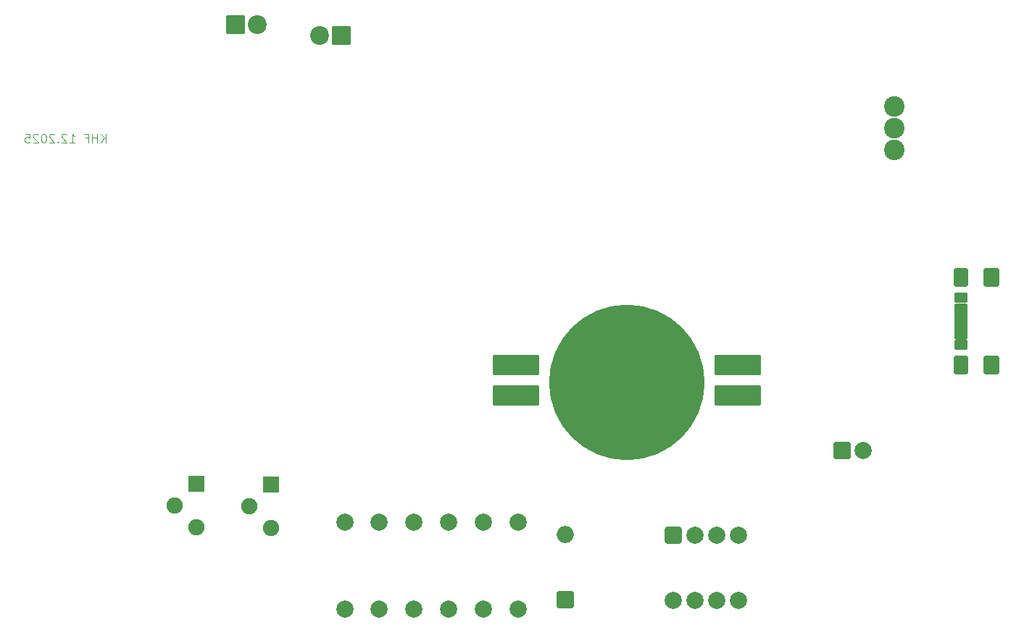
<source format=gbr>
%TF.GenerationSoftware,KiCad,Pcbnew,9.0.6*%
%TF.CreationDate,2025-12-30T13:30:36+01:00*%
%TF.ProjectId,Krokodil,4b726f6b-6f64-4696-9c2e-6b696361645f,rev?*%
%TF.SameCoordinates,Original*%
%TF.FileFunction,Soldermask,Bot*%
%TF.FilePolarity,Negative*%
%FSLAX46Y46*%
G04 Gerber Fmt 4.6, Leading zero omitted, Abs format (unit mm)*
G04 Created by KiCad (PCBNEW 9.0.6) date 2025-12-30 13:30:36*
%MOMM*%
%LPD*%
G01*
G04 APERTURE LIST*
G04 Aperture macros list*
%AMRoundRect*
0 Rectangle with rounded corners*
0 $1 Rounding radius*
0 $2 $3 $4 $5 $6 $7 $8 $9 X,Y pos of 4 corners*
0 Add a 4 corners polygon primitive as box body*
4,1,4,$2,$3,$4,$5,$6,$7,$8,$9,$2,$3,0*
0 Add four circle primitives for the rounded corners*
1,1,$1+$1,$2,$3*
1,1,$1+$1,$4,$5*
1,1,$1+$1,$6,$7*
1,1,$1+$1,$8,$9*
0 Add four rect primitives between the rounded corners*
20,1,$1+$1,$2,$3,$4,$5,0*
20,1,$1+$1,$4,$5,$6,$7,0*
20,1,$1+$1,$6,$7,$8,$9,0*
20,1,$1+$1,$8,$9,$2,$3,0*%
G04 Aperture macros list end*
%ADD10C,0.125000*%
%ADD11RoundRect,0.275000X-0.525000X0.275000X-0.525000X-0.275000X0.525000X-0.275000X0.525000X0.275000X0*%
%ADD12RoundRect,0.290000X0.510000X-0.290000X0.510000X0.290000X-0.510000X0.290000X-0.510000X-0.290000X0*%
%ADD13RoundRect,0.300000X0.500000X-0.300000X0.500000X0.300000X-0.500000X0.300000X-0.500000X-0.300000X0*%
%ADD14RoundRect,0.275000X0.525000X-0.275000X0.525000X0.275000X-0.525000X0.275000X-0.525000X-0.275000X0*%
%ADD15RoundRect,0.290000X-0.510000X0.290000X-0.510000X-0.290000X0.510000X-0.290000X0.510000X0.290000X0*%
%ADD16RoundRect,0.300000X-0.500000X0.300000X-0.500000X-0.300000X0.500000X-0.300000X0.500000X0.300000X0*%
%ADD17RoundRect,0.324074X-0.550926X0.775926X-0.550926X-0.775926X0.550926X-0.775926X0.550926X0.775926X0*%
%ADD18RoundRect,0.316667X-0.633333X0.783333X-0.633333X-0.783333X0.633333X-0.783333X0.633333X0.783333X0*%
%ADD19RoundRect,0.200000X0.900000X0.900000X-0.900000X0.900000X-0.900000X-0.900000X0.900000X-0.900000X0*%
%ADD20C,2.200000*%
%ADD21RoundRect,0.200000X-0.900000X-0.900000X0.900000X-0.900000X0.900000X0.900000X-0.900000X0.900000X0*%
%ADD22C,2.400000*%
%ADD23RoundRect,0.312500X-0.687500X0.687500X-0.687500X-0.687500X0.687500X-0.687500X0.687500X0.687500X0*%
%ADD24C,2.000000*%
%ADD25RoundRect,0.200000X-0.750000X0.750000X-0.750000X-0.750000X0.750000X-0.750000X0.750000X0.750000X0*%
%ADD26C,1.900000*%
%ADD27RoundRect,0.200000X0.800000X-0.800000X0.800000X0.800000X-0.800000X0.800000X-0.800000X-0.800000X0*%
%ADD28O,2.000000X2.000000*%
%ADD29RoundRect,0.200000X-0.800000X-0.800000X0.800000X-0.800000X0.800000X0.800000X-0.800000X0.800000X0*%
%ADD30RoundRect,0.200000X-2.500000X-1.000000X2.500000X-1.000000X2.500000X1.000000X-2.500000X1.000000X0*%
%ADD31C,18.180000*%
G04 APERTURE END LIST*
D10*
X101279668Y-69071119D02*
X101279668Y-68071119D01*
X100708240Y-69071119D02*
X101136811Y-68499690D01*
X100708240Y-68071119D02*
X101279668Y-68642547D01*
X100279668Y-69071119D02*
X100279668Y-68071119D01*
X100279668Y-68547309D02*
X99708240Y-68547309D01*
X99708240Y-69071119D02*
X99708240Y-68071119D01*
X98898716Y-68547309D02*
X99232049Y-68547309D01*
X99232049Y-69071119D02*
X99232049Y-68071119D01*
X99232049Y-68071119D02*
X98755859Y-68071119D01*
X97089192Y-69071119D02*
X97660620Y-69071119D01*
X97374906Y-69071119D02*
X97374906Y-68071119D01*
X97374906Y-68071119D02*
X97470144Y-68213976D01*
X97470144Y-68213976D02*
X97565382Y-68309214D01*
X97565382Y-68309214D02*
X97660620Y-68356833D01*
X96708239Y-68166357D02*
X96660620Y-68118738D01*
X96660620Y-68118738D02*
X96565382Y-68071119D01*
X96565382Y-68071119D02*
X96327287Y-68071119D01*
X96327287Y-68071119D02*
X96232049Y-68118738D01*
X96232049Y-68118738D02*
X96184430Y-68166357D01*
X96184430Y-68166357D02*
X96136811Y-68261595D01*
X96136811Y-68261595D02*
X96136811Y-68356833D01*
X96136811Y-68356833D02*
X96184430Y-68499690D01*
X96184430Y-68499690D02*
X96755858Y-69071119D01*
X96755858Y-69071119D02*
X96136811Y-69071119D01*
X95708239Y-68975880D02*
X95660620Y-69023500D01*
X95660620Y-69023500D02*
X95708239Y-69071119D01*
X95708239Y-69071119D02*
X95755858Y-69023500D01*
X95755858Y-69023500D02*
X95708239Y-68975880D01*
X95708239Y-68975880D02*
X95708239Y-69071119D01*
X95279668Y-68166357D02*
X95232049Y-68118738D01*
X95232049Y-68118738D02*
X95136811Y-68071119D01*
X95136811Y-68071119D02*
X94898716Y-68071119D01*
X94898716Y-68071119D02*
X94803478Y-68118738D01*
X94803478Y-68118738D02*
X94755859Y-68166357D01*
X94755859Y-68166357D02*
X94708240Y-68261595D01*
X94708240Y-68261595D02*
X94708240Y-68356833D01*
X94708240Y-68356833D02*
X94755859Y-68499690D01*
X94755859Y-68499690D02*
X95327287Y-69071119D01*
X95327287Y-69071119D02*
X94708240Y-69071119D01*
X94089192Y-68071119D02*
X93993954Y-68071119D01*
X93993954Y-68071119D02*
X93898716Y-68118738D01*
X93898716Y-68118738D02*
X93851097Y-68166357D01*
X93851097Y-68166357D02*
X93803478Y-68261595D01*
X93803478Y-68261595D02*
X93755859Y-68452071D01*
X93755859Y-68452071D02*
X93755859Y-68690166D01*
X93755859Y-68690166D02*
X93803478Y-68880642D01*
X93803478Y-68880642D02*
X93851097Y-68975880D01*
X93851097Y-68975880D02*
X93898716Y-69023500D01*
X93898716Y-69023500D02*
X93993954Y-69071119D01*
X93993954Y-69071119D02*
X94089192Y-69071119D01*
X94089192Y-69071119D02*
X94184430Y-69023500D01*
X94184430Y-69023500D02*
X94232049Y-68975880D01*
X94232049Y-68975880D02*
X94279668Y-68880642D01*
X94279668Y-68880642D02*
X94327287Y-68690166D01*
X94327287Y-68690166D02*
X94327287Y-68452071D01*
X94327287Y-68452071D02*
X94279668Y-68261595D01*
X94279668Y-68261595D02*
X94232049Y-68166357D01*
X94232049Y-68166357D02*
X94184430Y-68118738D01*
X94184430Y-68118738D02*
X94089192Y-68071119D01*
X93374906Y-68166357D02*
X93327287Y-68118738D01*
X93327287Y-68118738D02*
X93232049Y-68071119D01*
X93232049Y-68071119D02*
X92993954Y-68071119D01*
X92993954Y-68071119D02*
X92898716Y-68118738D01*
X92898716Y-68118738D02*
X92851097Y-68166357D01*
X92851097Y-68166357D02*
X92803478Y-68261595D01*
X92803478Y-68261595D02*
X92803478Y-68356833D01*
X92803478Y-68356833D02*
X92851097Y-68499690D01*
X92851097Y-68499690D02*
X93422525Y-69071119D01*
X93422525Y-69071119D02*
X92803478Y-69071119D01*
X91898716Y-68071119D02*
X92374906Y-68071119D01*
X92374906Y-68071119D02*
X92422525Y-68547309D01*
X92422525Y-68547309D02*
X92374906Y-68499690D01*
X92374906Y-68499690D02*
X92279668Y-68452071D01*
X92279668Y-68452071D02*
X92041573Y-68452071D01*
X92041573Y-68452071D02*
X91946335Y-68499690D01*
X91946335Y-68499690D02*
X91898716Y-68547309D01*
X91898716Y-68547309D02*
X91851097Y-68642547D01*
X91851097Y-68642547D02*
X91851097Y-68880642D01*
X91851097Y-68880642D02*
X91898716Y-68975880D01*
X91898716Y-68975880D02*
X91946335Y-69023500D01*
X91946335Y-69023500D02*
X92041573Y-69071119D01*
X92041573Y-69071119D02*
X92279668Y-69071119D01*
X92279668Y-69071119D02*
X92374906Y-69023500D01*
X92374906Y-69023500D02*
X92422525Y-68975880D01*
D11*
%TO.C,USB-C*%
X201167500Y-89500000D03*
D12*
X201167500Y-91520000D03*
D13*
X201167500Y-92750000D03*
D14*
X201167500Y-90500000D03*
D15*
X201167500Y-88480000D03*
D16*
X201167500Y-87250000D03*
D17*
X201222500Y-84875000D03*
D18*
X204802500Y-84875000D03*
D17*
X201222500Y-95125000D03*
D18*
X204802500Y-95125000D03*
%TD*%
D19*
%TO.C,D2*%
X128800000Y-56600000D03*
D20*
X126260000Y-56600000D03*
%TD*%
D21*
%TO.C,D1*%
X116460000Y-55300000D03*
D20*
X119000000Y-55300000D03*
%TD*%
D22*
%TO.C,S1*%
X193400000Y-64900000D03*
X193400000Y-67440000D03*
X193400000Y-69980000D03*
%TD*%
D23*
%TO.C,U1*%
X167600000Y-115000000D03*
D24*
X170140000Y-115000000D03*
X172680000Y-115000000D03*
X175220000Y-115000000D03*
X175220000Y-122620000D03*
X172680000Y-122620000D03*
X170140000Y-122620000D03*
X167600000Y-122620000D03*
%TD*%
D25*
%TO.C,Q2*%
X120600000Y-109100000D03*
D26*
X118060000Y-111640000D03*
X120600000Y-114180000D03*
%TD*%
D24*
%TO.C,R3*%
X149450000Y-123660000D03*
X149450000Y-113500000D03*
%TD*%
%TO.C,R6*%
X137300000Y-123660000D03*
X137300000Y-113500000D03*
%TD*%
%TO.C,R8*%
X129200000Y-123660000D03*
X129200000Y-113500000D03*
%TD*%
D25*
%TO.C,Q1*%
X111857615Y-109000000D03*
D26*
X109317615Y-111540000D03*
X111857615Y-114080000D03*
%TD*%
D27*
%TO.C,D3*%
X155000000Y-122520000D03*
D28*
X155000000Y-114900000D03*
%TD*%
D24*
%TO.C,R5*%
X141350000Y-123660000D03*
X141350000Y-113500000D03*
%TD*%
%TO.C,R7*%
X133250000Y-113500000D03*
X133250000Y-123660000D03*
%TD*%
D29*
%TO.C,C1*%
X187300000Y-105100000D03*
D24*
X189800000Y-105100000D03*
%TD*%
D30*
%TO.C,U2*%
X149246000Y-95068000D03*
X149246000Y-98624000D03*
X175140000Y-95068000D03*
X175140000Y-98624000D03*
D31*
X162200000Y-97100000D03*
%TD*%
D24*
%TO.C,R4*%
X145400000Y-113500000D03*
X145400000Y-123660000D03*
%TD*%
M02*

</source>
